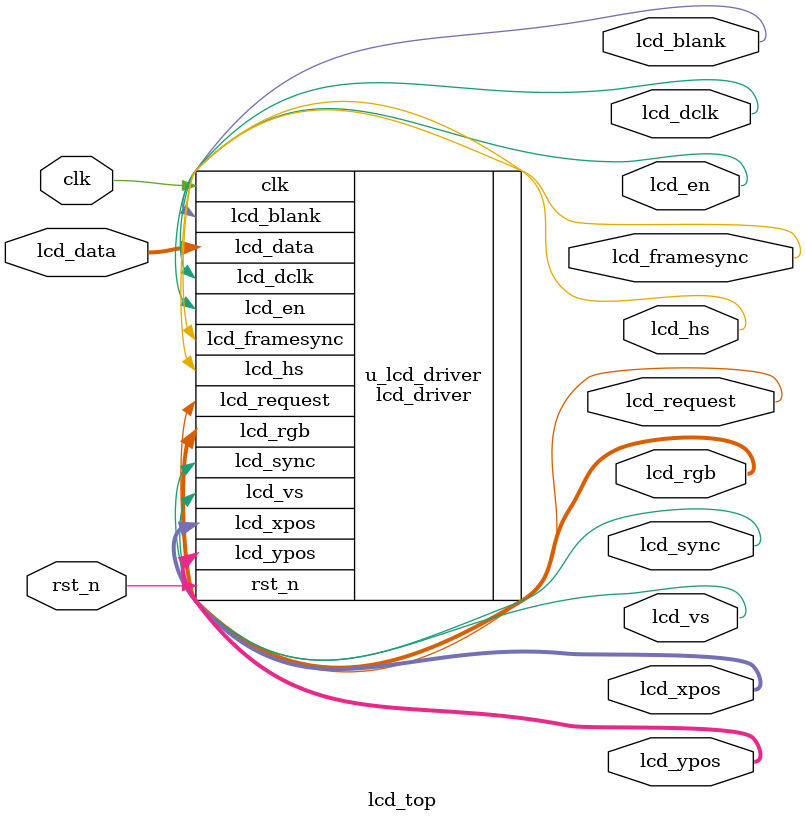
<source format=v>
/*-------------------------------------------------------------------------
This confidential and proprietary software may be only used as authorized
by a licensing agreement from ALINX.
Data			By			Version			Change Description
===========================================================================
16/02/1
--------------------------------------------------------------------------*/
module lcd_top
(  	
	//global clock
	input			clk,			//system clock
	input			rst_n,     		//sync reset
	
	//lcd interface
	output			lcd_dclk,   	//lcd pixel clock
	output			lcd_blank,		//lcd blank
	output			lcd_sync,		//lcd sync
	output			lcd_hs,	    	//lcd horizontal sync
	output			lcd_vs,	    	//lcd vertical sync
	output			lcd_en,			//lcd display enable
	output	[15:0]	lcd_rgb,		//lcd display data

	//user interface
	output			lcd_request,	//lcd data request
	output			lcd_framesync,	//lcd frame sync
	output	[10:0]	lcd_xpos,		//lcd horizontal coordinate
	output	[10:0]	lcd_ypos,		//lcd vertical coordinate
	input	[15:0]	lcd_data		//lcd data
);	  


//-------------------------------------
lcd_driver u_lcd_driver
(
	//global clock
	.clk			(clk),		
	.rst_n			(rst_n), 
	 
	 //lcd interface
	.lcd_dclk		(lcd_dclk),
	.lcd_blank		(lcd_blank),
	.lcd_sync		(lcd_sync),		    	
	.lcd_hs			(lcd_hs),		
	.lcd_vs			(lcd_vs),
	.lcd_en			(lcd_en),		
	.lcd_rgb		(lcd_rgb),	

	
	//user interface
	.lcd_request	(lcd_request),
	.lcd_framesync	(lcd_framesync),
	.lcd_data		(lcd_data),	
	.lcd_xpos		(lcd_xpos),	
	.lcd_ypos		(lcd_ypos)
);

endmodule



</source>
